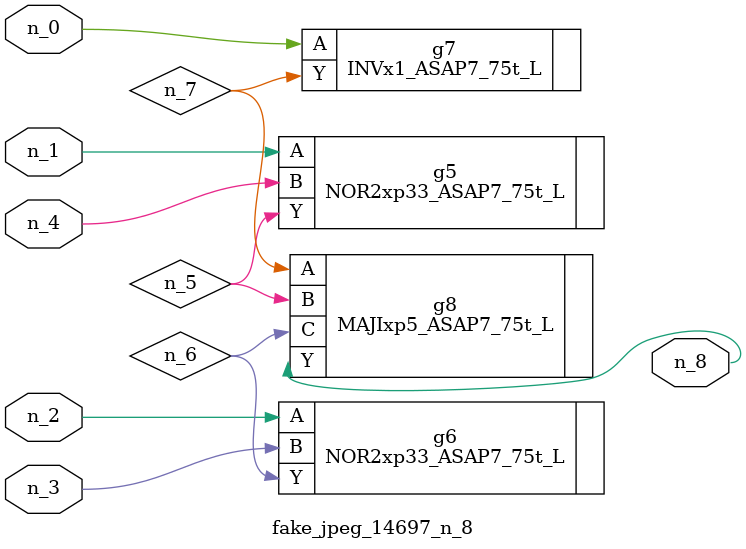
<source format=v>
module fake_jpeg_14697_n_8 (n_3, n_2, n_1, n_0, n_4, n_8);

input n_3;
input n_2;
input n_1;
input n_0;
input n_4;

output n_8;

wire n_6;
wire n_5;
wire n_7;

NOR2xp33_ASAP7_75t_L g5 ( 
.A(n_1),
.B(n_4),
.Y(n_5)
);

NOR2xp33_ASAP7_75t_L g6 ( 
.A(n_2),
.B(n_3),
.Y(n_6)
);

INVx1_ASAP7_75t_L g7 ( 
.A(n_0),
.Y(n_7)
);

MAJIxp5_ASAP7_75t_L g8 ( 
.A(n_7),
.B(n_5),
.C(n_6),
.Y(n_8)
);


endmodule
</source>
